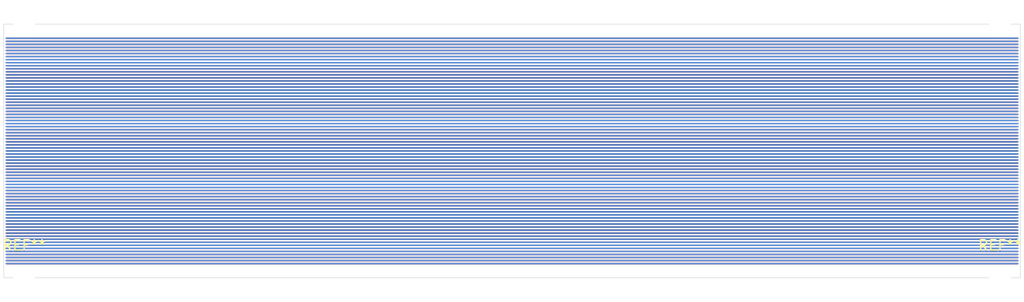
<source format=kicad_pcb>
(kicad_pcb (version 20240108) (generator "pcbnew") (generator_version "8.0")
  (layers (0 "F.Cu" signal) (31 "B.Cu" signal) (38 "B.Mask" user) (39 "F.Mask" user) (44 "Edge.Cuts" user))
  (net 0 "")
  (footprint "MountingHole:MountingHole_2.1mm" (layer "F.Cu") (at 102 105)
    (property "Reference" "REF**" (at 0 -3.2 0) (layer "F.SilkS"))
    (property "Value" "MountingHole_2.1mm")
    (pad "" np_thru_hole circle (at 0 0) (size 2.1 2.1) (drill 2.1) (layers "*.Cu" "*.Mask"))
  )
  (footprint "MountingHole:MountingHole_2.1mm" (layer "F.Cu") (at 198 80)
    (property "Reference" "REF**" (at 0 -3.2 0) (layer "F.SilkS"))
    (property "Value" "MountingHole_2.1mm")
    (pad "" np_thru_hole circle (at 0 0) (size 2.1 2.1) (drill 2.1) (layers "*.Cu" "*.Mask"))
  )
  (footprint "MountingHole:MountingHole_2.1mm" (layer "F.Cu") (at 102 80)
    (property "Reference" "REF**" (at 0 -3.2 0) (layer "F.SilkS"))
    (property "Value" "MountingHole_2.1mm")
    (pad "" np_thru_hole circle (at 0 0) (size 2.1 2.1) (drill 2.1) (layers "*.Cu" "*.Mask"))
  )
  (footprint "MountingHole:MountingHole_2.1mm" (layer "F.Cu") (at 198 105)
    (property "Reference" "REF**" (at 0 -3.2 0) (layer "F.SilkS"))
    (property "Value" "MountingHole_2.1mm")
    (pad "" np_thru_hole circle (at 0 0) (size 2.1 2.1) (drill 2.1) (layers "*.Cu" "*.Mask"))
  )
  (gr_rect (start 100 80) (end 200 105) (stroke (width 0.05)) (fill none) (layer "Edge.Cuts"))
  (segment (start 100.25 98.2) (end 199.75 98.2) (width 0.15) (layer "F.Cu") (net 0))
  (segment (start 100.25 103) (end 199.75 103) (width 0.15) (layer "F.Cu") (net 0))
  (segment (start 100.25 95.2) (end 199.75 95.2) (width 0.15) (layer "F.Cu") (net 0))
  (segment (start 100.25 97.3) (end 199.75 97.3) (width 0.15) (layer "F.Cu") (net 0))
  (segment (start 100.25 96.1) (end 199.75 96.1) (width 0.15) (layer "F.Cu") (net 0))
  (segment (start 100.25 88.9) (end 199.75 88.9) (width 0.15) (layer "F.Cu") (net 0))
  (segment (start 100.25 84.4) (end 199.75 84.4) (width 0.15) (layer "F.Cu") (net 0))
  (segment (start 100.25 92.8) (end 199.75 92.8) (width 0.15) (layer "F.Cu") (net 0))
  (segment (start 100.25 82.3) (end 199.75 82.3) (width 0.15) (layer "F.Cu") (net 0))
  (segment (start 100.25 87.7) (end 199.75 87.7) (width 0.15) (layer "F.Cu") (net 0))
  (segment (start 100.25 81.4) (end 199.75 81.4) (width 0.15) (layer "F.Cu") (net 0))
  (segment (start 100.25 85.9) (end 199.75 85.9) (width 0.15) (layer "F.Cu") (net 0))
  (segment (start 100.25 95.8) (end 199.75 95.8) (width 0.15) (layer "F.Cu") (net 0))
  (segment (start 100.25 94.6) (end 199.75 94.6) (width 0.15) (layer "F.Cu") (net 0))
  (segment (start 100.25 90.7) (end 199.75 90.7) (width 0.15) (layer "F.Cu") (net 0))
  (segment (start 100.25 100.9) (end 199.75 100.9) (width 0.15) (layer "F.Cu") (net 0))
  (segment (start 100.25 101.8) (end 199.75 101.8) (width 0.15) (layer "F.Cu") (net 0))
  (segment (start 100.25 81.7) (end 199.75 81.7) (width 0.15) (layer "F.Cu") (net 0))
  (segment (start 100.25 99.1) (end 199.75 99.1) (width 0.15) (layer "F.Cu") (net 0))
  (segment (start 100.25 94.9) (end 199.75 94.9) (width 0.15) (layer "F.Cu") (net 0))
  (segment (start 100.25 99.7) (end 199.75 99.7) (width 0.15) (layer "F.Cu") (net 0))
  (segment (start 100.25 91.3) (end 199.75 91.3) (width 0.15) (layer "F.Cu") (net 0))
  (segment (start 100.25 96.7) (end 199.75 96.7) (width 0.15) (layer "F.Cu") (net 0))
  (segment (start 100.25 97.9) (end 199.75 97.9) (width 0.15) (layer "F.Cu") (net 0))
  (segment (start 100.25 83.5) (end 199.75 83.5) (width 0.15) (layer "F.Cu") (net 0))
  (segment (start 100.25 100.6) (end 199.75 100.6) (width 0.15) (layer "F.Cu") (net 0))
  (segment (start 100.25 94) (end 199.75 94) (width 0.15) (layer "F.Cu") (net 0))
  (segment (start 100.25 102.4) (end 199.75 102.4) (width 0.15) (layer "F.Cu") (net 0))
  (segment (start 100.25 83.2) (end 199.75 83.2) (width 0.15) (layer "F.Cu") (net 0))
  (segment (start 100.25 89.5) (end 199.75 89.5) (width 0.15) (layer "F.Cu") (net 0))
  (segment (start 100.25 92.2) (end 199.75 92.2) (width 0.15) (layer "F.Cu") (net 0))
  (segment (start 100.25 82) (end 199.75 82) (width 0.15) (layer "F.Cu") (net 0))
  (segment (start 100.25 87.1) (end 199.75 87.1) (width 0.15) (layer "F.Cu") (net 0))
  (segment (start 100.25 93.1) (end 199.75 93.1) (width 0.15) (layer "F.Cu") (net 0))
  (segment (start 100.25 84.1) (end 199.75 84.1) (width 0.15) (layer "F.Cu") (net 0))
  (segment (start 100.25 87.4) (end 199.75 87.4) (width 0.15) (layer "F.Cu") (net 0))
  (segment (start 100.25 90.4) (end 199.75 90.4) (width 0.15) (layer "F.Cu") (net 0))
  (segment (start 100.25 91.6) (end 199.75 91.6) (width 0.15) (layer "F.Cu") (net 0))
  (segment (start 100.25 95.5) (end 199.75 95.5) (width 0.15) (layer "F.Cu") (net 0))
  (segment (start 100.25 85.3) (end 199.75 85.3) (width 0.15) (layer "F.Cu") (net 0))
  (segment (start 100.25 101.5) (end 199.75 101.5) (width 0.15) (layer "F.Cu") (net 0))
  (segment (start 100.25 94.3) (end 199.75 94.3) (width 0.15) (layer "F.Cu") (net 0))
  (segment (start 100.25 82.6) (end 199.75 82.6) (width 0.15) (layer "F.Cu") (net 0))
  (segment (start 100.25 102.1) (end 199.75 102.1) (width 0.15) (layer "F.Cu") (net 0))
  (segment (start 100.25 92.5) (end 199.75 92.5) (width 0.15) (layer "F.Cu") (net 0))
  (segment (start 100.25 98.8) (end 199.75 98.8) (width 0.15) (layer "F.Cu") (net 0))
  (segment (start 100.25 86.2) (end 199.75 86.2) (width 0.15) (layer "F.Cu") (net 0))
  (segment (start 100.25 83.8) (end 199.75 83.8) (width 0.15) (layer "F.Cu") (net 0))
  (segment (start 100.25 86.8) (end 199.75 86.8) (width 0.15) (layer "F.Cu") (net 0))
  (segment (start 100.25 100) (end 199.75 100) (width 0.15) (layer "F.Cu") (net 0))
  (segment (start 100.25 89.8) (end 199.75 89.8) (width 0.15) (layer "F.Cu") (net 0))
  (segment (start 100.25 91) (end 199.75 91) (width 0.15) (layer "F.Cu") (net 0))
  (segment (start 100.25 88.6) (end 199.75 88.6) (width 0.15) (layer "F.Cu") (net 0))
  (segment (start 100.25 91.9) (end 199.75 91.9) (width 0.15) (layer "F.Cu") (net 0))
  (segment (start 100.25 89.2) (end 199.75 89.2) (width 0.15) (layer "F.Cu") (net 0))
  (segment (start 100.25 85.6) (end 199.75 85.6) (width 0.15) (layer "F.Cu") (net 0))
  (segment (start 100.25 98.5) (end 199.75 98.5) (width 0.15) (layer "F.Cu") (net 0))
  (segment (start 100.25 102.7) (end 199.75 102.7) (width 0.15) (layer "F.Cu") (net 0))
  (segment (start 100.25 88) (end 199.75 88) (width 0.15) (layer "F.Cu") (net 0))
  (segment (start 100.25 101.2) (end 199.75 101.2) (width 0.15) (layer "F.Cu") (net 0))
  (segment (start 100.25 103.3) (end 199.75 103.3) (width 0.15) (layer "F.Cu") (net 0))
  (segment (start 100.25 88.3) (end 199.75 88.3) (width 0.15) (layer "F.Cu") (net 0))
  (segment (start 100.25 93.7) (end 199.75 93.7) (width 0.15) (layer "F.Cu") (net 0))
  (segment (start 100.25 97.6) (end 199.75 97.6) (width 0.15) (layer "F.Cu") (net 0))
  (segment (start 100.25 96.4) (end 199.75 96.4) (width 0.15) (layer "F.Cu") (net 0))
  (segment (start 100.25 100.3) (end 199.75 100.3) (width 0.15) (layer "F.Cu") (net 0))
  (segment (start 100.25 85) (end 199.75 85) (width 0.15) (layer "F.Cu") (net 0))
  (segment (start 100.25 103.6) (end 199.75 103.6) (width 0.15) (layer "F.Cu") (net 0))
  (segment (start 100.25 90.1) (end 199.75 90.1) (width 0.15) (layer "F.Cu") (net 0))
  (segment (start 100.25 86.5) (end 199.75 86.5) (width 0.15) (layer "F.Cu") (net 0))
  (segment (start 100.25 82.9) (end 199.75 82.9) (width 0.15) (layer "F.Cu") (net 0))
  (segment (start 100.25 84.7) (end 199.75 84.7) (width 0.15) (layer "F.Cu") (net 0))
  (segment (start 100.25 99.4) (end 199.75 99.4) (width 0.15) (layer "F.Cu") (net 0))
  (segment (start 100.25 93.4) (end 199.75 93.4) (width 0.15) (layer "F.Cu") (net 0))
  (segment (start 100.25 97) (end 199.75 97) (width 0.15) (layer "F.Cu") (net 0))
  (segment (start 100.25 103.6) (end 199.75 103.6) (width 0.15) (layer "B.Cu") (net 0))
  (segment (start 100.25 94) (end 199.75 94) (width 0.15) (layer "B.Cu") (net 0))
  (segment (start 100.25 83.8) (end 199.75 83.8) (width 0.15) (layer "B.Cu") (net 0))
  (segment (start 100.25 88) (end 199.75 88) (width 0.15) (layer "B.Cu") (net 0))
  (segment (start 100.25 100.6) (end 199.75 100.6) (width 0.15) (layer "B.Cu") (net 0))
  (segment (start 100.25 92.2) (end 199.75 92.2) (width 0.15) (layer "B.Cu") (net 0))
  (segment (start 100.25 90.4) (end 199.75 90.4) (width 0.15) (layer "B.Cu") (net 0))
  (segment (start 100.25 85) (end 199.75 85) (width 0.15) (layer "B.Cu") (net 0))
  (segment (start 100.25 81.4) (end 199.75 81.4) (width 0.15) (layer "B.Cu") (net 0))
  (segment (start 100.25 84.7) (end 199.75 84.7) (width 0.15) (layer "B.Cu") (net 0))
  (segment (start 100.25 85.9) (end 199.75 85.9) (width 0.15) (layer "B.Cu") (net 0))
  (segment (start 100.25 90.7) (end 199.75 90.7) (width 0.15) (layer "B.Cu") (net 0))
  (segment (start 100.25 84.4) (end 199.75 84.4) (width 0.15) (layer "B.Cu") (net 0))
  (segment (start 100.25 89.8) (end 199.75 89.8) (width 0.15) (layer "B.Cu") (net 0))
  (segment (start 100.25 89.5) (end 199.75 89.5) (width 0.15) (layer "B.Cu") (net 0))
  (segment (start 100.25 99.4) (end 199.75 99.4) (width 0.15) (layer "B.Cu") (net 0))
  (segment (start 100.25 102.4) (end 199.75 102.4) (width 0.15) (layer "B.Cu") (net 0))
  (segment (start 100.25 103.3) (end 199.75 103.3) (width 0.15) (layer "B.Cu") (net 0))
  (segment (start 100.25 94.6) (end 199.75 94.6) (width 0.15) (layer "B.Cu") (net 0))
  (segment (start 100.25 89.2) (end 199.75 89.2) (width 0.15) (layer "B.Cu") (net 0))
  (segment (start 100.25 93.7) (end 199.75 93.7) (width 0.15) (layer "B.Cu") (net 0))
  (segment (start 100.25 93.1) (end 199.75 93.1) (width 0.15) (layer "B.Cu") (net 0))
  (segment (start 100.25 87.1) (end 199.75 87.1) (width 0.15) (layer "B.Cu") (net 0))
  (segment (start 100.25 86.8) (end 199.75 86.8) (width 0.15) (layer "B.Cu") (net 0))
  (segment (start 100.25 101.5) (end 199.75 101.5) (width 0.15) (layer "B.Cu") (net 0))
  (segment (start 100.25 99.1) (end 199.75 99.1) (width 0.15) (layer "B.Cu") (net 0))
  (segment (start 100.25 87.4) (end 199.75 87.4) (width 0.15) (layer "B.Cu") (net 0))
  (segment (start 100.25 101.8) (end 199.75 101.8) (width 0.15) (layer "B.Cu") (net 0))
  (segment (start 100.25 82.9) (end 199.75 82.9) (width 0.15) (layer "B.Cu") (net 0))
  (segment (start 100.25 84.1) (end 199.75 84.1) (width 0.15) (layer "B.Cu") (net 0))
  (segment (start 100.25 95.2) (end 199.75 95.2) (width 0.15) (layer "B.Cu") (net 0))
  (segment (start 100.25 94.9) (end 199.75 94.9) (width 0.15) (layer "B.Cu") (net 0))
  (segment (start 100.25 91.6) (end 199.75 91.6) (width 0.15) (layer "B.Cu") (net 0))
  (segment (start 100.25 101.2) (end 199.75 101.2) (width 0.15) (layer "B.Cu") (net 0))
  (segment (start 100.25 91.3) (end 199.75 91.3) (width 0.15) (layer "B.Cu") (net 0))
  (segment (start 100.25 97.3) (end 199.75 97.3) (width 0.15) (layer "B.Cu") (net 0))
  (segment (start 100.25 102.1) (end 199.75 102.1) (width 0.15) (layer "B.Cu") (net 0))
  (segment (start 100.25 100) (end 199.75 100) (width 0.15) (layer "B.Cu") (net 0))
  (segment (start 100.25 98.8) (end 199.75 98.8) (width 0.15) (layer "B.Cu") (net 0))
  (segment (start 100.25 88.6) (end 199.75 88.6) (width 0.15) (layer "B.Cu") (net 0))
  (segment (start 100.25 88.9) (end 199.75 88.9) (width 0.15) (layer "B.Cu") (net 0))
  (segment (start 100.25 87.7) (end 199.75 87.7) (width 0.15) (layer "B.Cu") (net 0))
  (segment (start 100.25 88.3) (end 199.75 88.3) (width 0.15) (layer "B.Cu") (net 0))
  (segment (start 100.25 97.6) (end 199.75 97.6) (width 0.15) (layer "B.Cu") (net 0))
  (segment (start 100.25 96.4) (end 199.75 96.4) (width 0.15) (layer "B.Cu") (net 0))
  (segment (start 100.25 98.5) (end 199.75 98.5) (width 0.15) (layer "B.Cu") (net 0))
  (segment (start 100.25 100.9) (end 199.75 100.9) (width 0.15) (layer "B.Cu") (net 0))
  (segment (start 100.25 90.1) (end 199.75 90.1) (width 0.15) (layer "B.Cu") (net 0))
  (segment (start 100.25 83.2) (end 199.75 83.2) (width 0.15) (layer "B.Cu") (net 0))
  (segment (start 100.25 82.3) (end 199.75 82.3) (width 0.15) (layer "B.Cu") (net 0))
  (segment (start 100.25 99.7) (end 199.75 99.7) (width 0.15) (layer "B.Cu") (net 0))
  (segment (start 100.25 86.5) (end 199.75 86.5) (width 0.15) (layer "B.Cu") (net 0))
  (segment (start 100.25 96.7) (end 199.75 96.7) (width 0.15) (layer "B.Cu") (net 0))
  (segment (start 100.25 91.9) (end 199.75 91.9) (width 0.15) (layer "B.Cu") (net 0))
  (segment (start 100.25 81.7) (end 199.75 81.7) (width 0.15) (layer "B.Cu") (net 0))
  (segment (start 100.25 96.1) (end 199.75 96.1) (width 0.15) (layer "B.Cu") (net 0))
  (segment (start 100.25 82) (end 199.75 82) (width 0.15) (layer "B.Cu") (net 0))
  (segment (start 100.25 94.3) (end 199.75 94.3) (width 0.15) (layer "B.Cu") (net 0))
  (segment (start 100.25 95.8) (end 199.75 95.8) (width 0.15) (layer "B.Cu") (net 0))
  (segment (start 100.25 97) (end 199.75 97) (width 0.15) (layer "B.Cu") (net 0))
  (segment (start 100.25 103) (end 199.75 103) (width 0.15) (layer "B.Cu") (net 0))
  (segment (start 100.25 82.6) (end 199.75 82.6) (width 0.15) (layer "B.Cu") (net 0))
  (segment (start 100.25 97.9) (end 199.75 97.9) (width 0.15) (layer "B.Cu") (net 0))
  (segment (start 100.25 85.6) (end 199.75 85.6) (width 0.15) (layer "B.Cu") (net 0))
  (segment (start 100.25 83.5) (end 199.75 83.5) (width 0.15) (layer "B.Cu") (net 0))
  (segment (start 100.25 95.5) (end 199.75 95.5) (width 0.15) (layer "B.Cu") (net 0))
  (segment (start 100.25 98.2) (end 199.75 98.2) (width 0.15) (layer "B.Cu") (net 0))
  (segment (start 100.25 100.3) (end 199.75 100.3) (width 0.15) (layer "B.Cu") (net 0))
  (segment (start 100.25 92.8) (end 199.75 92.8) (width 0.15) (layer "B.Cu") (net 0))
  (segment (start 100.25 86.2) (end 199.75 86.2) (width 0.15) (layer "B.Cu") (net 0))
  (segment (start 100.25 93.4) (end 199.75 93.4) (width 0.15) (layer "B.Cu") (net 0))
  (segment (start 100.25 102.7) (end 199.75 102.7) (width 0.15) (layer "B.Cu") (net 0))
  (segment (start 100.25 91) (end 199.75 91) (width 0.15) (layer "B.Cu") (net 0))
  (segment (start 100.25 85.3) (end 199.75 85.3) (width 0.15) (layer "B.Cu") (net 0))
  (segment (start 100.25 92.5) (end 199.75 92.5) (width 0.15) (layer "B.Cu") (net 0))
)
</source>
